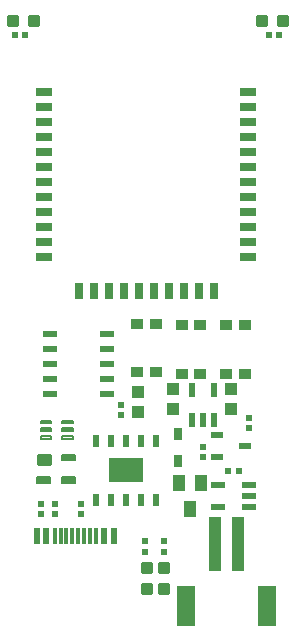
<source format=gbr>
G04 EAGLE Gerber RS-274X export*
G75*
%MOMM*%
%FSLAX34Y34*%
%LPD*%
%INSolderpaste Top*%
%IPPOS*%
%AMOC8*
5,1,8,0,0,1.08239X$1,22.5*%
G01*
%ADD10R,0.550000X1.200000*%
%ADD11R,1.000000X4.600000*%
%ADD12R,1.600000X3.400000*%
%ADD13R,1.000000X0.900000*%
%ADD14C,0.300000*%
%ADD15R,0.540000X0.600000*%
%ADD16R,1.000000X1.100000*%
%ADD17R,0.600000X0.540000*%
%ADD18R,0.600000X1.450000*%
%ADD19R,0.300000X1.450000*%
%ADD20C,0.200000*%
%ADD21R,1.422400X0.711200*%
%ADD22R,0.711200X1.422400*%
%ADD23C,0.247500*%
%ADD24C,0.147500*%
%ADD25R,0.800000X1.000000*%
%ADD26R,1.000000X1.400000*%
%ADD27R,1.200000X0.550000*%
%ADD28R,1.270000X0.508000*%
%ADD29R,1.117600X0.482600*%
%ADD30R,0.500000X1.000000*%
%ADD31R,3.000000X2.000000*%


D10*
X162500Y175999D03*
X172000Y175999D03*
X181500Y175999D03*
X181500Y202001D03*
X162500Y202001D03*
D11*
X202000Y71000D03*
X182000Y71000D03*
D12*
X226000Y19000D03*
X158000Y19000D03*
D13*
X192000Y256500D03*
X208000Y256500D03*
X208000Y215500D03*
X192000Y215500D03*
X154000Y256500D03*
X170000Y256500D03*
X170000Y215500D03*
X154000Y215500D03*
D14*
X14730Y510500D02*
X14730Y517500D01*
X14730Y510500D02*
X7730Y510500D01*
X7730Y517500D01*
X14730Y517500D01*
X14730Y513350D02*
X7730Y513350D01*
X7730Y516200D02*
X14730Y516200D01*
X32270Y517500D02*
X32270Y510500D01*
X25270Y510500D01*
X25270Y517500D01*
X32270Y517500D01*
X32270Y513350D02*
X25270Y513350D01*
X25270Y516200D02*
X32270Y516200D01*
X236270Y517500D02*
X236270Y510500D01*
X236270Y517500D02*
X243270Y517500D01*
X243270Y510500D01*
X236270Y510500D01*
X236270Y513350D02*
X243270Y513350D01*
X243270Y516200D02*
X236270Y516200D01*
X218730Y517500D02*
X218730Y510500D01*
X218730Y517500D02*
X225730Y517500D01*
X225730Y510500D01*
X218730Y510500D01*
X218730Y513350D02*
X225730Y513350D01*
X225730Y516200D02*
X218730Y516200D01*
D15*
X227680Y502000D03*
X236320Y502000D03*
X21320Y502000D03*
X12680Y502000D03*
D16*
X195500Y185500D03*
X195500Y202500D03*
X146500Y202500D03*
X146500Y185500D03*
D17*
X103000Y180030D03*
X103000Y188670D03*
D16*
X117000Y199850D03*
X117000Y182850D03*
D13*
X132000Y216500D03*
X116000Y216500D03*
X116000Y257500D03*
X132000Y257500D03*
D17*
X211200Y177820D03*
X211200Y169180D03*
D18*
X31500Y77950D03*
X39500Y77950D03*
D19*
X61500Y77950D03*
X56500Y77950D03*
X51500Y77950D03*
X46500Y77950D03*
X66500Y77950D03*
X71500Y77950D03*
X76500Y77950D03*
X81500Y77950D03*
D18*
X88500Y77950D03*
X96500Y77950D03*
D17*
X47000Y105320D03*
X47000Y96680D03*
D20*
X43650Y173500D02*
X34750Y173500D01*
X34750Y175500D01*
X43650Y175500D01*
X43650Y173500D01*
X43650Y175400D02*
X34750Y175400D01*
X34750Y167000D02*
X43650Y167000D01*
X34750Y167000D02*
X34750Y169000D01*
X43650Y169000D01*
X43650Y167000D01*
X43650Y168900D02*
X34750Y168900D01*
X34750Y160500D02*
X43650Y160500D01*
X34750Y160500D02*
X34750Y162500D01*
X43650Y162500D01*
X43650Y160500D01*
X43650Y162400D02*
X34750Y162400D01*
X53150Y162500D02*
X62050Y162500D01*
X62050Y160500D01*
X53150Y160500D01*
X53150Y162500D01*
X53150Y162400D02*
X62050Y162400D01*
X62050Y169000D02*
X53150Y169000D01*
X62050Y169000D02*
X62050Y167000D01*
X53150Y167000D01*
X53150Y169000D01*
X53150Y168900D02*
X62050Y168900D01*
X62050Y175500D02*
X53150Y175500D01*
X62050Y175500D02*
X62050Y173500D01*
X53150Y173500D01*
X53150Y175500D01*
X53150Y175400D02*
X62050Y175400D01*
D14*
X121500Y36730D02*
X128500Y36730D01*
X128500Y29730D01*
X121500Y29730D01*
X121500Y36730D01*
X121500Y32580D02*
X128500Y32580D01*
X128500Y35430D02*
X121500Y35430D01*
X121500Y54270D02*
X128500Y54270D01*
X128500Y47270D01*
X121500Y47270D01*
X121500Y54270D01*
X121500Y50120D02*
X128500Y50120D01*
X128500Y52970D02*
X121500Y52970D01*
D17*
X123000Y73320D03*
X123000Y64680D03*
D21*
X210588Y314473D03*
X210588Y327173D03*
X210588Y339873D03*
X210588Y352573D03*
X210588Y365273D03*
X210588Y377973D03*
X210588Y390673D03*
X210588Y403373D03*
X210588Y416073D03*
X210588Y428773D03*
X210588Y441473D03*
X210588Y454173D03*
X37911Y314602D03*
X37911Y327302D03*
X37911Y340002D03*
X37911Y352702D03*
X37911Y365402D03*
X37911Y378102D03*
X37911Y390802D03*
X37911Y403502D03*
X37911Y416202D03*
X37911Y428902D03*
X37911Y441602D03*
X37911Y454302D03*
D22*
X168907Y285780D03*
X156207Y285780D03*
X143507Y285780D03*
X130807Y285780D03*
X118107Y285780D03*
X105407Y285780D03*
X92707Y285780D03*
X80007Y285780D03*
X67307Y285780D03*
X181381Y285763D03*
D23*
X42413Y138887D02*
X32487Y138887D01*
X32487Y146313D01*
X42413Y146313D01*
X42413Y138887D01*
X42413Y141238D02*
X32487Y141238D01*
X32487Y143589D02*
X42413Y143589D01*
X42413Y145940D02*
X32487Y145940D01*
D24*
X31987Y123187D02*
X42913Y123187D01*
X31987Y123187D02*
X31987Y127613D01*
X42913Y127613D01*
X42913Y123187D01*
X42913Y124588D02*
X31987Y124588D01*
X31987Y125989D02*
X42913Y125989D01*
X42913Y127390D02*
X31987Y127390D01*
X53087Y123187D02*
X64013Y123187D01*
X53087Y123187D02*
X53087Y127613D01*
X64013Y127613D01*
X64013Y123187D01*
X64013Y124588D02*
X53087Y124588D01*
X53087Y125989D02*
X64013Y125989D01*
X64013Y127390D02*
X53087Y127390D01*
X53087Y142387D02*
X64013Y142387D01*
X53087Y142387D02*
X53087Y146813D01*
X64013Y146813D01*
X64013Y142387D01*
X64013Y143788D02*
X53087Y143788D01*
X53087Y145189D02*
X64013Y145189D01*
X64013Y146590D02*
X53087Y146590D01*
D25*
X151000Y164500D03*
X151000Y141500D03*
D26*
X161000Y101000D03*
X151500Y123000D03*
X170500Y123000D03*
D17*
X69120Y105000D03*
X69120Y96360D03*
D27*
X211001Y102500D03*
X211001Y112000D03*
X211001Y121500D03*
X184999Y121500D03*
X184999Y102500D03*
D15*
X193680Y133000D03*
X202320Y133000D03*
D17*
X139000Y64680D03*
X139000Y73320D03*
D14*
X135500Y36730D02*
X142500Y36730D01*
X142500Y29730D01*
X135500Y29730D01*
X135500Y36730D01*
X135500Y32580D02*
X142500Y32580D01*
X142500Y35430D02*
X135500Y35430D01*
X135500Y54270D02*
X142500Y54270D01*
X142500Y47270D01*
X135500Y47270D01*
X135500Y54270D01*
X135500Y50120D02*
X142500Y50120D01*
X142500Y52970D02*
X135500Y52970D01*
D28*
X91130Y224000D03*
X91130Y211300D03*
X91130Y198600D03*
X91130Y236700D03*
X91130Y249400D03*
X42870Y249400D03*
X42870Y236700D03*
X42870Y224000D03*
X42870Y211300D03*
X42870Y198600D03*
D29*
X183662Y163500D03*
X183662Y144500D03*
X207538Y154000D03*
D17*
X34900Y105420D03*
X34900Y96780D03*
X172500Y153220D03*
X172500Y144580D03*
D30*
X132240Y158690D03*
X119540Y158690D03*
X106840Y158690D03*
X94140Y158690D03*
X81440Y158690D03*
X81440Y108690D03*
X94140Y108690D03*
X106840Y108690D03*
X119540Y108690D03*
X132240Y108690D03*
D31*
X106740Y133690D03*
M02*

</source>
